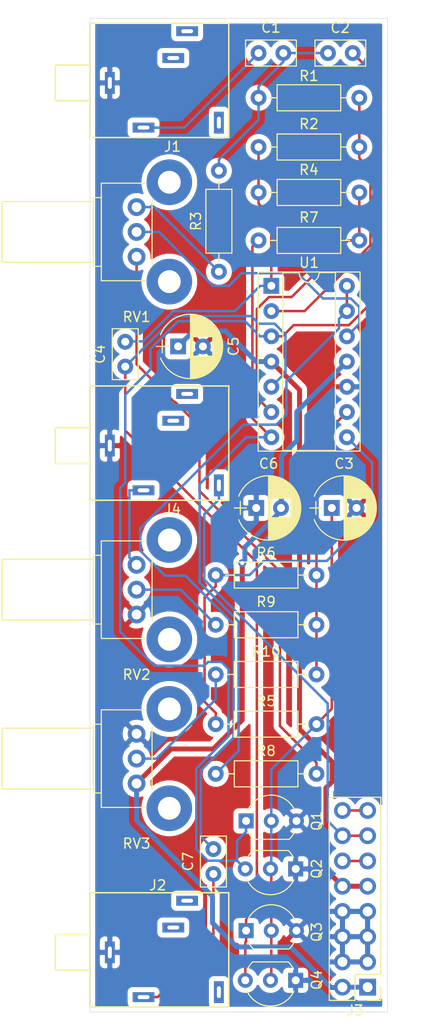
<source format=kicad_pcb>
(kicad_pcb (version 20171130) (host pcbnew "(5.1.5)-3")
  (layers (0 F.Cu signal) (31 B.Cu signal) (34 B.Paste user) (35 F.Paste user) (36 B.SilkS user) (37 F.SilkS user) (38 B.Mask user) (39 F.Mask user) (44 Edge.Cuts user))
  (net 0 "")
  (net 1 "Net-(C1-Pad2)")
  (net 2 "Net-(C2-Pad1)")
  (net 3 "Net-(C3-Pad1)")
  (net 4 GND)
  (net 5 "Net-(C4-Pad1)")
  (net 6 "Net-(C5-Pad1)")
  (net 7 "Net-(C6-Pad2)")
  (net 8 "Net-(C7-Pad1)")
  (net 9 "Net-(J1-Pad2)")
  (net 10 "Net-(J2-Pad2)")
  (net 11 "Net-(J3-Pad15)")
  (net 12 "Net-(J3-Pad13)")
  (net 13 "Net-(J3-Pad11)")
  (net 14 "Net-(J4-Pad3)")
  (net 15 "Net-(R3-Pad1)")
  (net 16 "Net-(R8-Pad2)")
  (net 17 "Net-(R9-Pad1)")
  (net 18 "Net-(R10-Pad1)")
  (net 19 "Net-(RV1-Pad2)")
  (net 20 "Net-(C1-Pad1)")
  (net 21 "Net-(C4-Pad2)")
  (net 22 "Net-(C7-Pad2)")
  (net 23 "Net-(R1-Pad1)")
  (net 24 "Net-(R4-Pad1)")
  (net 25 "Net-(R5-Pad2)")
  (net 26 "Net-(R10-Pad2)")
  (net 27 "Net-(R7-Pad1)")
  (module Resistors_THT:R_Axial_DIN0207_L6.3mm_D2.5mm_P10.16mm_Horizontal (layer F.Cu) (at 27.16 8 180)
    (fp_text reference R1 (at 5.08 2.20118) (layer F.SilkS))
    (fp_text value 22K)
    (pad 2 thru_hole oval (at 10.16 0 180) (size 1.6 1.6) (drill 0.8) (layers *.Cu *.Mask) (net 20 "Net-(C1-Pad1)"))
    (pad 1 thru_hole circle (at 0 0 180) (size 1.6 1.6) (drill 0.8) (layers *.Cu *.Mask) (net 23 "Net-(R1-Pad1)"))
  )
  (module Housings_DIP:DIP-14_W7.62mm_Socket (layer F.Cu) (at 18.288 26.924)
    (fp_text reference U1 (at 3.81 -2.33) (layer F.SilkS))
    (fp_text value TL074)
    (pad 14 thru_hole oval (at 7.62 0) (size 1.6 1.6) (drill 0.8) (layers *.Cu *.Mask) (net 22 "Net-(C7-Pad2)"))
    (pad 7 thru_hole oval (at 0 15.24) (size 1.6 1.6) (drill 0.8) (layers *.Cu *.Mask) (net 27 "Net-(R7-Pad1)"))
    (pad 13 thru_hole oval (at 7.62 2.54) (size 1.6 1.6) (drill 0.8) (layers *.Cu *.Mask) (net 22 "Net-(C7-Pad2)"))
    (pad 6 thru_hole oval (at 0 12.7) (size 1.6 1.6) (drill 0.8) (layers *.Cu *.Mask) (net 24 "Net-(R4-Pad1)"))
    (pad 12 thru_hole oval (at 7.62 5.08) (size 1.6 1.6) (drill 0.8) (layers *.Cu *.Mask) (net 19 "Net-(RV1-Pad2)"))
    (pad 5 thru_hole oval (at 0 10.16) (size 1.6 1.6) (drill 0.8) (layers *.Cu *.Mask) (net 5 "Net-(C4-Pad1)"))
    (pad 11 thru_hole oval (at 7.62 7.62) (size 1.6 1.6) (drill 0.8) (layers *.Cu *.Mask) (net 7 "Net-(C6-Pad2)"))
    (pad 4 thru_hole oval (at 0 7.62) (size 1.6 1.6) (drill 0.8) (layers *.Cu *.Mask) (net 6 "Net-(C5-Pad1)"))
    (pad 10 thru_hole oval (at 7.62 10.16) (size 1.6 1.6) (drill 0.8) (layers *.Cu *.Mask) (net 4 GND))
    (pad 3 thru_hole oval (at 0 5.08) (size 1.6 1.6) (drill 0.8) (layers *.Cu *.Mask) (net 2 "Net-(C2-Pad1)"))
    (pad 9 thru_hole oval (at 7.62 12.7) (size 1.6 1.6) (drill 0.8) (layers *.Cu *.Mask) (net 26 "Net-(R10-Pad2)"))
    (pad 2 thru_hole oval (at 0 2.54) (size 1.6 1.6) (drill 0.8) (layers *.Cu *.Mask) (net 23 "Net-(R1-Pad1)"))
    (pad 8 thru_hole oval (at 7.62 15.24) (size 1.6 1.6) (drill 0.8) (layers *.Cu *.Mask) (net 25 "Net-(R5-Pad2)"))
    (pad 1 thru_hole rect (at 0 0) (size 1.6 1.6) (drill 0.8) (layers *.Cu *.Mask) (net 21 "Net-(C4-Pad2)"))
  )
  (module Custom_Library:Mono_Jack_3.5mm_Switch_Switchcraft_35RAPC2AH3 (layer F.Cu) (at 0 94)
    (fp_text reference J2 (at 6.83768 -6.75608) (layer F.SilkS))
    (fp_text value AudioJack1_Switch)
    (pad 1 thru_hole rect (at 2 0) (size 1 2.2) (drill oval 0.4 1.2) (layers *.Cu *.Mask) (net 4 GND))
    (pad 3 thru_hole rect (at 5.4 4.5) (size 2.2 1) (drill oval 1.2 0.4) (layers *.Cu *.Mask) (net 8 "Net-(C7-Pad1)"))
    (pad 2 thru_hole rect (at 13 4) (size 1 2.2) (drill oval 0.4 1.2) (layers *.Cu *.Mask) (net 10 "Net-(J2-Pad2)"))
    (pad ~ thru_hole rect (at 8.4 -2.5) (size 2.2 1) (drill oval 1.2 0.4) (layers *.Cu *.Mask))
    (pad ~ thru_hole rect (at 9.8 -5.2) (size 2.2 1) (drill oval 1.2 0.4) (layers *.Cu *.Mask))
  )
  (module Custom_Library:Mono_Jack_3.5mm_Switch_Switchcraft_35RAPC2AH3 (layer F.Cu) (at 0 6.5)
    (fp_text reference J1 (at 8.3185 6.4135) (layer F.SilkS))
    (fp_text value AudioJack1_Switch)
    (pad 1 thru_hole rect (at 2 0) (size 1 2.2) (drill oval 0.4 1.2) (layers *.Cu *.Mask) (net 4 GND))
    (pad 3 thru_hole rect (at 5.4 4.5) (size 2.2 1) (drill oval 1.2 0.4) (layers *.Cu *.Mask) (net 1 "Net-(C1-Pad2)"))
    (pad 2 thru_hole rect (at 13 4) (size 1 2.2) (drill oval 0.4 1.2) (layers *.Cu *.Mask) (net 9 "Net-(J1-Pad2)"))
    (pad ~ thru_hole rect (at 8.4 -2.5) (size 2.2 1) (drill oval 1.2 0.4) (layers *.Cu *.Mask))
    (pad ~ thru_hole rect (at 9.8 -5.2) (size 2.2 1) (drill oval 1.2 0.4) (layers *.Cu *.Mask))
  )
  (module Pin_Headers:Pin_Header_Straight_2x08_Pitch2.54mm (layer F.Cu) (at 28 97.5 180)
    (fp_text reference J3 (at 1.27 -2.33) (layer F.SilkS))
    (fp_text value Conn_02x08_Odd_Even)
    (pad 16 thru_hole oval (at 2.54 17.78 180) (size 1.7 1.7) (drill 1) (layers *.Cu *.Mask) (net 11 "Net-(J3-Pad15)"))
    (pad 15 thru_hole oval (at 0 17.78 180) (size 1.7 1.7) (drill 1) (layers *.Cu *.Mask) (net 11 "Net-(J3-Pad15)"))
    (pad 14 thru_hole oval (at 2.54 15.24 180) (size 1.7 1.7) (drill 1) (layers *.Cu *.Mask) (net 12 "Net-(J3-Pad13)"))
    (pad 13 thru_hole oval (at 0 15.24 180) (size 1.7 1.7) (drill 1) (layers *.Cu *.Mask) (net 12 "Net-(J3-Pad13)"))
    (pad 12 thru_hole oval (at 2.54 12.7 180) (size 1.7 1.7) (drill 1) (layers *.Cu *.Mask) (net 13 "Net-(J3-Pad11)"))
    (pad 11 thru_hole oval (at 0 12.7 180) (size 1.7 1.7) (drill 1) (layers *.Cu *.Mask) (net 13 "Net-(J3-Pad11)"))
    (pad 10 thru_hole oval (at 2.54 10.16 180) (size 1.7 1.7) (drill 1) (layers *.Cu *.Mask) (net 6 "Net-(C5-Pad1)"))
    (pad 9 thru_hole oval (at 0 10.16 180) (size 1.7 1.7) (drill 1) (layers *.Cu *.Mask) (net 6 "Net-(C5-Pad1)"))
    (pad 8 thru_hole oval (at 2.54 7.62 180) (size 1.7 1.7) (drill 1) (layers *.Cu *.Mask) (net 4 GND))
    (pad 7 thru_hole oval (at 0 7.62 180) (size 1.7 1.7) (drill 1) (layers *.Cu *.Mask) (net 4 GND))
    (pad 6 thru_hole oval (at 2.54 5.08 180) (size 1.7 1.7) (drill 1) (layers *.Cu *.Mask) (net 4 GND))
    (pad 5 thru_hole oval (at 0 5.08 180) (size 1.7 1.7) (drill 1) (layers *.Cu *.Mask) (net 4 GND))
    (pad 4 thru_hole oval (at 2.54 2.54 180) (size 1.7 1.7) (drill 1) (layers *.Cu *.Mask) (net 4 GND))
    (pad 3 thru_hole oval (at 0 2.54 180) (size 1.7 1.7) (drill 1) (layers *.Cu *.Mask) (net 4 GND))
    (pad 2 thru_hole oval (at 2.54 0 180) (size 1.7 1.7) (drill 1) (layers *.Cu *.Mask) (net 7 "Net-(C6-Pad2)"))
    (pad 1 thru_hole rect (at 0 0 180) (size 1.7 1.7) (drill 1) (layers *.Cu *.Mask) (net 7 "Net-(C6-Pad2)"))
  )
  (module Custom_Library:Mono_Jack_3.5mm_Switch_Switchcraft_35RAPC2AH3 (layer F.Cu) (at 0 43)
    (fp_text reference J4 (at 8.3185 6.4135) (layer F.SilkS))
    (fp_text value AudioJack1_Switch)
    (pad ~ thru_hole rect (at 9.8 -5.2) (size 2.2 1) (drill oval 1.2 0.4) (layers *.Cu *.Mask))
    (pad ~ thru_hole rect (at 8.4 -2.5) (size 2.2 1) (drill oval 1.2 0.4) (layers *.Cu *.Mask))
    (pad 2 thru_hole rect (at 13 4) (size 1 2.2) (drill oval 0.4 1.2) (layers *.Cu *.Mask) (net 12 "Net-(J3-Pad13)"))
    (pad 3 thru_hole rect (at 5.4 4.5) (size 2.2 1) (drill oval 1.2 0.4) (layers *.Cu *.Mask) (net 14 "Net-(J4-Pad3)"))
    (pad 1 thru_hole rect (at 2 0) (size 1 2.2) (drill oval 0.4 1.2) (layers *.Cu *.Mask) (net 4 GND))
  )
  (module TO_SOT_Packages_THT:TO-92_Inline_Wide (layer F.Cu) (at 15.744 80.772)
    (fp_text reference Q1 (at 7.116 0 270) (layer F.SilkS))
    (fp_text value 2N3904)
    (pad 2 thru_hole circle (at 2.54 0 90) (size 1.52 1.52) (drill 0.8) (layers *.Cu *.Mask) (net 3 "Net-(C3-Pad1)"))
    (pad 3 thru_hole circle (at 5.08 0 90) (size 1.52 1.52) (drill 0.8) (layers *.Cu *.Mask) (net 4 GND))
    (pad 1 thru_hole rect (at 0 0 90) (size 1.52 1.52) (drill 0.8) (layers *.Cu *.Mask) (net 2 "Net-(C2-Pad1)"))
  )
  (module TO_SOT_Packages_THT:TO-92_Inline_Wide (layer F.Cu) (at 20.744 85.598 180)
    (fp_text reference Q2 (at -2.116 0.006 270) (layer F.SilkS))
    (fp_text value 2N3904)
    (pad 1 thru_hole rect (at 0 0 270) (size 1.52 1.52) (drill 0.8) (layers *.Cu *.Mask) (net 4 GND))
    (pad 3 thru_hole circle (at 5.08 0 270) (size 1.52 1.52) (drill 0.8) (layers *.Cu *.Mask) (net 2 "Net-(C2-Pad1)"))
    (pad 2 thru_hole circle (at 2.54 0 270) (size 1.52 1.52) (drill 0.8) (layers *.Cu *.Mask) (net 3 "Net-(C3-Pad1)"))
  )
  (module TO_SOT_Packages_THT:TO-92_Inline_Wide (layer F.Cu) (at 15.744 91.81)
    (fp_text reference Q3 (at 7.116 0.138 270) (layer F.SilkS))
    (fp_text value 2N3904)
    (pad 2 thru_hole circle (at 2.54 0 90) (size 1.52 1.52) (drill 0.8) (layers *.Cu *.Mask) (net 3 "Net-(C3-Pad1)"))
    (pad 3 thru_hole circle (at 5.08 0 90) (size 1.52 1.52) (drill 0.8) (layers *.Cu *.Mask) (net 4 GND))
    (pad 1 thru_hole rect (at 0 0 90) (size 1.52 1.52) (drill 0.8) (layers *.Cu *.Mask) (net 5 "Net-(C4-Pad1)"))
  )
  (module TO_SOT_Packages_THT:TO-92_Inline_Wide (layer F.Cu) (at 20.744 96.81 180)
    (fp_text reference Q4 (at -2.116 0.036 270) (layer F.SilkS))
    (fp_text value 2N3904)
    (pad 1 thru_hole rect (at 0 0 270) (size 1.52 1.52) (drill 0.8) (layers *.Cu *.Mask) (net 4 GND))
    (pad 3 thru_hole circle (at 5.08 0 270) (size 1.52 1.52) (drill 0.8) (layers *.Cu *.Mask) (net 5 "Net-(C4-Pad1)"))
    (pad 2 thru_hole circle (at 2.54 0 270) (size 1.52 1.52) (drill 0.8) (layers *.Cu *.Mask) (net 3 "Net-(C3-Pad1)"))
  )
  (module Capacitors_THT:C_Disc_D5.0mm_W2.5mm_P2.50mm (layer F.Cu) (at 19.5 3.5 180)
    (fp_text reference C1 (at 1.25476 2.56286) (layer F.SilkS))
    (fp_text value 10uF)
    (pad 1 thru_hole circle (at 0 0 180) (size 1.6 1.6) (drill 0.8) (layers *.Cu *.Mask) (net 20 "Net-(C1-Pad1)"))
    (pad 2 thru_hole circle (at 2.5 0 180) (size 1.6 1.6) (drill 0.8) (layers *.Cu *.Mask) (net 1 "Net-(C1-Pad2)"))
  )
  (module Capacitors_THT:C_Disc_D5.0mm_W2.5mm_P2.50mm (layer F.Cu) (at 26.5 3.5 180)
    (fp_text reference C2 (at 1.27 2.54) (layer F.SilkS))
    (fp_text value 15uF)
    (pad 1 thru_hole circle (at 0 0 180) (size 1.6 1.6) (drill 0.8) (layers *.Cu *.Mask) (net 2 "Net-(C2-Pad1)"))
    (pad 2 thru_hole circle (at 2.5 0 180) (size 1.6 1.6) (drill 0.8) (layers *.Cu *.Mask) (net 20 "Net-(C1-Pad1)"))
  )
  (module Capacitors_THT:CP_Radial_D6.3mm_P2.50mm (layer F.Cu) (at 24.384 49.276)
    (fp_text reference C3 (at 1.25 -4.46) (layer F.SilkS))
    (fp_text value 100uF)
    (pad 2 thru_hole circle (at 2.5 0) (size 1.6 1.6) (drill 0.8) (layers *.Cu *.Mask) (net 4 GND))
    (pad 1 thru_hole rect (at 0 0) (size 1.6 1.6) (drill 0.8) (layers *.Cu *.Mask) (net 3 "Net-(C3-Pad1)"))
  )
  (module Capacitors_THT:C_Disc_D5.0mm_W2.5mm_P2.50mm (layer F.Cu) (at 3.556 35.052 90)
    (fp_text reference C4 (at 1.25 -2.56 90) (layer F.SilkS))
    (fp_text value 15uF)
    (pad 2 thru_hole circle (at 2.5 0 90) (size 1.6 1.6) (drill 0.8) (layers *.Cu *.Mask) (net 21 "Net-(C4-Pad2)"))
    (pad 1 thru_hole circle (at 0 0 90) (size 1.6 1.6) (drill 0.8) (layers *.Cu *.Mask) (net 5 "Net-(C4-Pad1)"))
  )
  (module Capacitors_THT:CP_Radial_D6.3mm_P2.50mm (layer F.Cu) (at 8.89 33.02)
    (fp_text reference C5 (at 5.588 0 90) (layer F.SilkS))
    (fp_text value 100uF)
    (pad 1 thru_hole rect (at 0 0) (size 1.6 1.6) (drill 0.8) (layers *.Cu *.Mask) (net 6 "Net-(C5-Pad1)"))
    (pad 2 thru_hole circle (at 2.5 0) (size 1.6 1.6) (drill 0.8) (layers *.Cu *.Mask) (net 4 GND))
  )
  (module Capacitors_THT:CP_Radial_D6.3mm_P2.50mm (layer F.Cu) (at 16.764 49.276)
    (fp_text reference C6 (at 1.25 -4.46) (layer F.SilkS))
    (fp_text value 100uF)
    (pad 2 thru_hole circle (at 2.5 0) (size 1.6 1.6) (drill 0.8) (layers *.Cu *.Mask) (net 7 "Net-(C6-Pad2)"))
    (pad 1 thru_hole rect (at 0 0) (size 1.6 1.6) (drill 0.8) (layers *.Cu *.Mask) (net 4 GND))
  )
  (module Capacitors_THT:C_Disc_D5.0mm_W2.5mm_P2.50mm (layer F.Cu) (at 12.446 86.106 90)
    (fp_text reference C7 (at 1.25 -2.56 90) (layer F.SilkS))
    (fp_text value 10uF)
    (pad 2 thru_hole circle (at 2.5 0 90) (size 1.6 1.6) (drill 0.8) (layers *.Cu *.Mask) (net 22 "Net-(C7-Pad2)"))
    (pad 1 thru_hole circle (at 0 0 90) (size 1.6 1.6) (drill 0.8) (layers *.Cu *.Mask) (net 8 "Net-(C7-Pad1)"))
  )
  (module Resistors_THT:R_Axial_DIN0207_L6.3mm_D2.5mm_P10.16mm_Horizontal (layer F.Cu) (at 17 12.954)
    (fp_text reference R2 (at 5.08 -2.31) (layer F.SilkS))
    (fp_text value 22K)
    (pad 2 thru_hole oval (at 10.16 0) (size 1.6 1.6) (drill 0.8) (layers *.Cu *.Mask) (net 23 "Net-(R1-Pad1)"))
    (pad 1 thru_hole circle (at 0 0) (size 1.6 1.6) (drill 0.8) (layers *.Cu *.Mask) (net 21 "Net-(C4-Pad2)"))
  )
  (module Resistors_THT:R_Axial_DIN0207_L6.3mm_D2.5mm_P10.16mm_Horizontal (layer F.Cu) (at 13 25.5 90)
    (fp_text reference R3 (at 5.08 -2.31 90) (layer F.SilkS))
    (fp_text value 10K)
    (pad 2 thru_hole oval (at 10.16 0 90) (size 1.6 1.6) (drill 0.8) (layers *.Cu *.Mask) (net 20 "Net-(C1-Pad1)"))
    (pad 1 thru_hole circle (at 0 0 90) (size 1.6 1.6) (drill 0.8) (layers *.Cu *.Mask) (net 15 "Net-(R3-Pad1)"))
  )
  (module Resistors_THT:R_Axial_DIN0207_L6.3mm_D2.5mm_P10.16mm_Horizontal (layer F.Cu) (at 27.16 17.526 180)
    (fp_text reference R4 (at 5.0874 2.27106) (layer F.SilkS))
    (fp_text value 22K)
    (pad 1 thru_hole circle (at 0 0 180) (size 1.6 1.6) (drill 0.8) (layers *.Cu *.Mask) (net 24 "Net-(R4-Pad1)"))
    (pad 2 thru_hole oval (at 10.16 0 180) (size 1.6 1.6) (drill 0.8) (layers *.Cu *.Mask) (net 21 "Net-(C4-Pad2)"))
  )
  (module Resistors_THT:R_Axial_DIN0207_L6.3mm_D2.5mm_P10.16mm_Horizontal (layer F.Cu) (at 22.842 71.03 180)
    (fp_text reference R5 (at 5.08508 2.30886) (layer F.SilkS))
    (fp_text value 4K7)
    (pad 2 thru_hole oval (at 10.16 0 180) (size 1.6 1.6) (drill 0.8) (layers *.Cu *.Mask) (net 25 "Net-(R5-Pad2)"))
    (pad 1 thru_hole circle (at 0 0 180) (size 1.6 1.6) (drill 0.8) (layers *.Cu *.Mask) (net 3 "Net-(C3-Pad1)"))
  )
  (module Resistors_THT:R_Axial_DIN0207_L6.3mm_D2.5mm_P10.16mm_Horizontal (layer F.Cu) (at 22.842 56.03 180)
    (fp_text reference R6 (at 5.07746 2.24536) (layer F.SilkS))
    (fp_text value 100K)
    (pad 1 thru_hole circle (at 0 0 180) (size 1.6 1.6) (drill 0.8) (layers *.Cu *.Mask) (net 26 "Net-(R10-Pad2)"))
    (pad 2 thru_hole oval (at 10.16 0 180) (size 1.6 1.6) (drill 0.8) (layers *.Cu *.Mask) (net 25 "Net-(R5-Pad2)"))
  )
  (module Resistors_THT:R_Axial_DIN0207_L6.3mm_D2.5mm_P10.16mm_Horizontal (layer F.Cu) (at 17 22.352)
    (fp_text reference R7 (at 5.08 -2.31) (layer F.SilkS))
    (fp_text value 22K)
    (pad 1 thru_hole circle (at 0 0) (size 1.6 1.6) (drill 0.8) (layers *.Cu *.Mask) (net 27 "Net-(R7-Pad1)"))
    (pad 2 thru_hole oval (at 10.16 0) (size 1.6 1.6) (drill 0.8) (layers *.Cu *.Mask) (net 24 "Net-(R4-Pad1)"))
  )
  (module Resistors_THT:R_Axial_DIN0207_L6.3mm_D2.5mm_P10.16mm_Horizontal (layer F.Cu) (at 12.682 76.03)
    (fp_text reference R8 (at 5.08 -2.31) (layer F.SilkS))
    (fp_text value 10K)
    (pad 1 thru_hole circle (at 0 0) (size 1.6 1.6) (drill 0.8) (layers *.Cu *.Mask) (net 27 "Net-(R7-Pad1)"))
    (pad 2 thru_hole oval (at 10.16 0) (size 1.6 1.6) (drill 0.8) (layers *.Cu *.Mask) (net 16 "Net-(R8-Pad2)"))
  )
  (module Resistors_THT:R_Axial_DIN0207_L6.3mm_D2.5mm_P10.16mm_Horizontal (layer F.Cu) (at 12.682 61.03)
    (fp_text reference R9 (at 5.08 -2.31) (layer F.SilkS))
    (fp_text value 100K)
    (pad 2 thru_hole oval (at 10.16 0) (size 1.6 1.6) (drill 0.8) (layers *.Cu *.Mask) (net 26 "Net-(R10-Pad2)"))
    (pad 1 thru_hole circle (at 0 0) (size 1.6 1.6) (drill 0.8) (layers *.Cu *.Mask) (net 17 "Net-(R9-Pad1)"))
  )
  (module Resistors_THT:R_Axial_DIN0207_L6.3mm_D2.5mm_P10.16mm_Horizontal (layer F.Cu) (at 12.682 66.03)
    (fp_text reference R10 (at 5.08 -2.31) (layer F.SilkS))
    (fp_text value 100K)
    (pad 1 thru_hole circle (at 0 0) (size 1.6 1.6) (drill 0.8) (layers *.Cu *.Mask) (net 18 "Net-(R10-Pad1)"))
    (pad 2 thru_hole oval (at 10.16 0) (size 1.6 1.6) (drill 0.8) (layers *.Cu *.Mask) (net 26 "Net-(R10-Pad2)"))
  )
  (module Potentiometers:Potentiometer_Bourns_PTV09A-2_Vertical (layer F.Cu) (at 4.7 19 180)
    (fp_text reference RV1 (at 0 -11.05) (layer F.SilkS))
    (fp_text value 500K)
    (pad 3 thru_hole circle (at 0 -5 180) (size 1.8 1.8) (drill 1) (layers *.Cu *.Mask) (net 16 "Net-(R8-Pad2)"))
    (pad 2 thru_hole circle (at 0 -2.5 180) (size 1.8 1.8) (drill 1) (layers *.Cu *.Mask) (net 19 "Net-(RV1-Pad2)"))
    (pad 1 thru_hole circle (at 0 0 180) (size 1.8 1.8) (drill 1) (layers *.Cu *.Mask) (net 15 "Net-(R3-Pad1)"))
    (pad 0 thru_hole circle (at -3.3 -7.5 180) (size 4.6 4.6) (drill 2.3) (layers *.Cu *.Mask))
    (pad 0 thru_hole circle (at -3.3 2.5 180) (size 4.6 4.6) (drill 2.3) (layers *.Cu *.Mask))
  )
  (module Potentiometers:Potentiometer_Bourns_PTV09A-2_Vertical (layer F.Cu) (at 4.7 55 180)
    (fp_text reference RV2 (at 0 -11.05) (layer F.SilkS))
    (fp_text value 500K)
    (pad 0 thru_hole circle (at -3.3 2.5 180) (size 4.6 4.6) (drill 2.3) (layers *.Cu *.Mask))
    (pad 0 thru_hole circle (at -3.3 -7.5 180) (size 4.6 4.6) (drill 2.3) (layers *.Cu *.Mask))
    (pad 1 thru_hole circle (at 0 0 180) (size 1.8 1.8) (drill 1) (layers *.Cu *.Mask) (net 14 "Net-(J4-Pad3)"))
    (pad 2 thru_hole circle (at 0 -2.5 180) (size 1.8 1.8) (drill 1) (layers *.Cu *.Mask) (net 17 "Net-(R9-Pad1)"))
    (pad 3 thru_hole circle (at 0 -5 180) (size 1.8 1.8) (drill 1) (layers *.Cu *.Mask) (net 4 GND))
  )
  (module Potentiometers:Potentiometer_Bourns_PTV09A-2_Vertical (layer F.Cu) (at 4.7 72 180)
    (fp_text reference RV3 (at 0 -11.05) (layer F.SilkS))
    (fp_text value 500K)
    (pad 0 thru_hole circle (at -3.3 2.5 180) (size 4.6 4.6) (drill 2.3) (layers *.Cu *.Mask))
    (pad 0 thru_hole circle (at -3.3 -7.5 180) (size 4.6 4.6) (drill 2.3) (layers *.Cu *.Mask))
    (pad 1 thru_hole circle (at 0 0 180) (size 1.8 1.8) (drill 1) (layers *.Cu *.Mask) (net 4 GND))
    (pad 2 thru_hole circle (at 0 -2.5 180) (size 1.8 1.8) (drill 1) (layers *.Cu *.Mask) (net 18 "Net-(R10-Pad1)"))
    (pad 3 thru_hole circle (at 0 -5 180) (size 1.8 1.8) (drill 1) (layers *.Cu *.Mask) (net 7 "Net-(C6-Pad2)"))
  )
  (gr_line (start 30 0) (end 30 100) (layer Edge.Cuts) (width 0.05))
  (gr_line (start 0 100) (end 30 100) (layer Edge.Cuts) (width 0.05))
  (gr_line (start 0 0) (end 0 100) (layer Edge.Cuts) (width 0.05))
  (gr_line (start 0 0) (end 30 0) (layer Edge.Cuts) (width 0.05))
  (segment (start 17 3.5) (end 9.5 11) (width 0.25) (layer B.Cu) (net 1))
  (segment (start 9.5 11) (end 5.4 11) (width 0.25) (layer B.Cu) (net 1))
  (segment (start 18.288 32.004) (end 19.4133 32.004) (width 0.25) (layer F.Cu) (net 2))
  (segment (start 26.5 3.5) (end 28.7526 5.7526) (width 0.25) (layer F.Cu) (net 2))
  (segment (start 28.7526 5.7526) (end 28.7526 28.2463) (width 0.25) (layer F.Cu) (net 2))
  (segment (start 28.7526 28.2463) (end 26.1202 30.8787) (width 0.25) (layer F.Cu) (net 2))
  (segment (start 26.1202 30.8787) (end 20.5386 30.8787) (width 0.25) (layer F.Cu) (net 2))
  (segment (start 20.5386 30.8787) (end 19.4133 32.004) (width 0.25) (layer F.Cu) (net 2))
  (segment (start 15.664 85.598) (end 14.835 84.769) (width 0.25) (layer B.Cu) (net 2))
  (segment (start 14.835 84.769) (end 14.835 82.7663) (width 0.25) (layer B.Cu) (net 2))
  (segment (start 14.835 82.7663) (end 15.744 81.8573) (width 0.25) (layer B.Cu) (net 2))
  (segment (start 15.744 80.772) (end 15.744 81.8573) (width 0.25) (layer B.Cu) (net 2))
  (segment (start 17.15663 32.004) (end 18.288 32.004) (width 0.25) (layer B.Cu) (net 2))
  (segment (start 15.63263 30.48) (end 17.15663 32.004) (width 0.25) (layer B.Cu) (net 2))
  (segment (start 8.8871 30.48) (end 15.63263 30.48) (width 0.25) (layer B.Cu) (net 2))
  (segment (start 6.096 35.3383) (end 6.096 33.2711) (width 0.25) (layer B.Cu) (net 2))
  (segment (start 3.556 37.8783) (end 6.096 35.3383) (width 0.25) (layer B.Cu) (net 2))
  (segment (start 3.556 46.736) (end 3.556 37.8783) (width 0.25) (layer B.Cu) (net 2))
  (segment (start 11.871 84.769) (end 10.725989 83.623989) (width 0.25) (layer B.Cu) (net 2))
  (segment (start 13.97 72.261589) (end 13.97 65.4842) (width 0.25) (layer B.Cu) (net 2))
  (segment (start 10.725989 83.623989) (end 10.725989 75.5056) (width 0.25) (layer B.Cu) (net 2))
  (segment (start 10.725989 75.5056) (end 13.97 72.261589) (width 0.25) (layer B.Cu) (net 2))
  (segment (start 14.835 84.769) (end 11.871 84.769) (width 0.25) (layer B.Cu) (net 2))
  (segment (start 13.2558 64.77) (end 11.912 64.77) (width 0.25) (layer B.Cu) (net 2))
  (segment (start 3.048 47.244) (end 3.556 46.736) (width 0.25) (layer B.Cu) (net 2))
  (segment (start 6.4794 65.1534) (end 3.048 61.722) (width 0.25) (layer B.Cu) (net 2))
  (segment (start 13.97 65.4842) (end 13.2558 64.77) (width 0.25) (layer B.Cu) (net 2))
  (segment (start 11.912 64.77) (end 11.5286 65.1534) (width 0.25) (layer B.Cu) (net 2))
  (segment (start 11.5286 65.1534) (end 6.4794 65.1534) (width 0.25) (layer B.Cu) (net 2))
  (segment (start 6.096 33.2711) (end 8.8871 30.48) (width 0.25) (layer B.Cu) (net 2))
  (segment (start 3.048 61.722) (end 3.048 47.244) (width 0.25) (layer B.Cu) (net 2))
  (segment (start 22.842 71.03) (end 18.284 75.588) (width 0.25) (layer B.Cu) (net 3))
  (segment (start 18.284 75.588) (end 18.284 80.772) (width 0.25) (layer B.Cu) (net 3))
  (segment (start 18.284 91.81) (end 18.284 85.678) (width 0.25) (layer F.Cu) (net 3))
  (segment (start 18.284 85.678) (end 18.204 85.598) (width 0.25) (layer F.Cu) (net 3))
  (segment (start 18.204 96.81) (end 18.284 96.73) (width 0.25) (layer F.Cu) (net 3))
  (segment (start 18.284 96.73) (end 18.284 91.81) (width 0.25) (layer F.Cu) (net 3))
  (segment (start 18.284 80.772) (end 18.284 85.518) (width 0.25) (layer B.Cu) (net 3))
  (segment (start 18.284 85.518) (end 18.204 85.598) (width 0.25) (layer B.Cu) (net 3))
  (segment (start 24.384 49.276) (end 24.384 50.4013) (width 0.25) (layer F.Cu) (net 3))
  (segment (start 22.842 71.03) (end 24.384 69.488) (width 0.25) (layer F.Cu) (net 3))
  (segment (start 24.384 69.488) (end 24.384 50.4013) (width 0.25) (layer F.Cu) (net 3))
  (segment (start 15.744 91.81) (end 15.744 90.7247) (width 0.25) (layer F.Cu) (net 5))
  (segment (start 3.556 35.052) (end 3.556 41.4803) (width 0.25) (layer F.Cu) (net 5))
  (segment (start 3.556 41.4803) (end 16.8293 54.7536) (width 0.25) (layer F.Cu) (net 5))
  (segment (start 16.8293 54.7536) (end 16.8293 89.6394) (width 0.25) (layer F.Cu) (net 5))
  (segment (start 16.8293 89.6394) (end 15.744 90.7247) (width 0.25) (layer F.Cu) (net 5))
  (segment (start 15.744 91.81) (end 15.744 92.8953) (width 0.25) (layer F.Cu) (net 5))
  (segment (start 15.664 96.81) (end 15.664 92.9753) (width 0.25) (layer F.Cu) (net 5))
  (segment (start 15.664 92.9753) (end 15.744 92.8953) (width 0.25) (layer F.Cu) (net 5))
  (segment (start 19.7161 35.6559) (end 18.288 37.084) (width 0.25) (layer B.Cu) (net 5))
  (segment (start 19.7161 31.8297) (end 19.7161 35.6559) (width 0.25) (layer B.Cu) (net 5))
  (segment (start 8.636 29.972) (end 16.2607 29.972) (width 0.25) (layer B.Cu) (net 5))
  (segment (start 3.556 35.052) (end 8.636 29.972) (width 0.25) (layer B.Cu) (net 5))
  (segment (start 16.2607 29.972) (end 17.0227 30.734) (width 0.25) (layer B.Cu) (net 5))
  (segment (start 17.0227 30.734) (end 18.6204 30.734) (width 0.25) (layer B.Cu) (net 5))
  (segment (start 18.6204 30.734) (end 19.7161 31.8297) (width 0.25) (layer B.Cu) (net 5))
  (segment (start 18.288 34.544) (end 16.7377 34.544) (width 0.5) (layer B.Cu) (net 6))
  (segment (start 8.89 33.02) (end 10.4454 31.4646) (width 0.5) (layer B.Cu) (net 6))
  (segment (start 10.4454 31.4646) (end 13.6583 31.4646) (width 0.5) (layer B.Cu) (net 6))
  (segment (start 13.6583 31.4646) (end 16.7377 34.544) (width 0.5) (layer B.Cu) (net 6))
  (segment (start 28 87.34) (end 25.46 87.34) (width 0.5) (layer F.Cu) (net 6))
  (segment (start 23.7935 85.6735) (end 23.7935 77.4537) (width 0.5) (layer F.Cu) (net 6))
  (segment (start 21.1318 37.3878) (end 18.288 34.544) (width 0.5) (layer F.Cu) (net 6))
  (segment (start 21.1318 71.5419) (end 21.1318 37.3878) (width 0.5) (layer F.Cu) (net 6))
  (segment (start 23.7935 77.4537) (end 24.4147 76.8325) (width 0.5) (layer F.Cu) (net 6))
  (segment (start 25.46 87.34) (end 23.7935 85.6735) (width 0.5) (layer F.Cu) (net 6))
  (segment (start 24.4147 76.8325) (end 24.4147 74.8248) (width 0.5) (layer F.Cu) (net 6))
  (segment (start 24.4147 74.8248) (end 21.1318 71.5419) (width 0.5) (layer F.Cu) (net 6))
  (segment (start 15.3565 54.8278) (end 15.3565 70.6061) (width 0.5) (layer F.Cu) (net 7))
  (segment (start 15.3565 70.6061) (end 12.4326 73.53) (width 0.5) (layer F.Cu) (net 7))
  (segment (start 12.4326 73.53) (end 8.17 73.53) (width 0.5) (layer F.Cu) (net 7))
  (segment (start 8.17 73.53) (end 4.7 77) (width 0.5) (layer F.Cu) (net 7))
  (via (at 15.3565 54.8278) (size 0.8) (layers F.Cu B.Cu) (net 7))
  (segment (start 15.6199 54.5644) (end 15.3565 54.8278) (width 0.5) (layer B.Cu) (net 7))
  (segment (start 15.6199 53.2141) (end 15.6199 54.5644) (width 0.5) (layer B.Cu) (net 7))
  (segment (start 19.264 49.276) (end 19.264 49.57) (width 0.5) (layer B.Cu) (net 7))
  (segment (start 19.264 49.57) (end 15.6199 53.2141) (width 0.5) (layer B.Cu) (net 7))
  (segment (start 20.8543 39.5977) (end 25.908 34.544) (width 0.5) (layer B.Cu) (net 7))
  (segment (start 20.8543 42.4972) (end 20.8543 39.5977) (width 0.5) (layer B.Cu) (net 7))
  (segment (start 19.304 44.0475) (end 20.8543 42.4972) (width 0.5) (layer B.Cu) (net 7))
  (segment (start 19.264 49.276) (end 19.304 49.236) (width 0.5) (layer B.Cu) (net 7))
  (segment (start 19.304 49.236) (end 19.304 44.0475) (width 0.5) (layer B.Cu) (net 7))
  (segment (start 25.424 97.536) (end 25.46 97.5) (width 0.5) (layer B.Cu) (net 7))
  (segment (start 20.2236 93.4519) (end 24.3077 97.536) (width 0.5) (layer B.Cu) (net 7))
  (segment (start 24.3077 97.536) (end 25.424 97.536) (width 0.5) (layer B.Cu) (net 7))
  (segment (start 4.7 80.706) (end 12.3579 88.3639) (width 0.5) (layer B.Cu) (net 7))
  (segment (start 4.7 77) (end 4.7 80.706) (width 0.5) (layer B.Cu) (net 7))
  (segment (start 14.7717 93.4519) (end 20.2236 93.4519) (width 0.5) (layer B.Cu) (net 7))
  (segment (start 12.3579 88.3639) (end 12.3579 91.0381) (width 0.5) (layer B.Cu) (net 7))
  (segment (start 12.3579 91.0381) (end 14.7717 93.4519) (width 0.5) (layer B.Cu) (net 7))
  (segment (start 25.46 97.5) (end 28 97.5) (width 0.5) (layer B.Cu) (net 7))
  (segment (start 5.4 98.5) (end 6.8253 98.5) (width 0.25) (layer F.Cu) (net 8))
  (segment (start 12.446 86.106) (end 12.446 92.8793) (width 0.25) (layer F.Cu) (net 8))
  (segment (start 12.446 92.8793) (end 6.8253 98.5) (width 0.25) (layer F.Cu) (net 8))
  (segment (start 28 79.72) (end 25.46 79.72) (width 0.25) (layer F.Cu) (net 11))
  (segment (start 28 82.26) (end 25.46 82.26) (width 0.25) (layer F.Cu) (net 12))
  (segment (start 13 48.4253) (end 13 47) (width 0.25) (layer B.Cu) (net 12))
  (segment (start 23.9769 80.7769) (end 23.9769 68.9489) (width 0.25) (layer B.Cu) (net 12))
  (segment (start 11.5298 49.8955) (end 13 48.4253) (width 0.25) (layer B.Cu) (net 12))
  (segment (start 25.46 82.26) (end 23.9769 80.7769) (width 0.25) (layer B.Cu) (net 12))
  (segment (start 23.9769 68.9489) (end 11.5298 56.5018) (width 0.25) (layer B.Cu) (net 12))
  (segment (start 11.5298 56.5018) (end 11.5298 49.8955) (width 0.25) (layer B.Cu) (net 12))
  (segment (start 28 84.8) (end 25.46 84.8) (width 0.25) (layer F.Cu) (net 13))
  (segment (start 5.4 47.5) (end 3.9747 47.5) (width 0.25) (layer B.Cu) (net 14))
  (segment (start 4.7 55) (end 3.9747 54.2747) (width 0.25) (layer B.Cu) (net 14))
  (segment (start 3.9747 54.2747) (end 3.9747 47.5) (width 0.25) (layer B.Cu) (net 14))
  (segment (start 13 25.5) (end 6.5 19) (width 0.25) (layer B.Cu) (net 15))
  (segment (start 6.5 19) (end 4.7 19) (width 0.25) (layer B.Cu) (net 15))
  (segment (start 22.842 74.9047) (end 19.1552 71.2179) (width 0.25) (layer F.Cu) (net 16))
  (segment (start 19.1552 71.2179) (end 19.1552 55.6772) (width 0.25) (layer F.Cu) (net 16))
  (segment (start 19.1552 55.6772) (end 11.0405 47.5625) (width 0.25) (layer F.Cu) (net 16))
  (segment (start 11.0405 47.5625) (end 11.0405 41.0711) (width 0.25) (layer F.Cu) (net 16))
  (segment (start 11.0405 41.0711) (end 8.5948 38.6254) (width 0.25) (layer F.Cu) (net 16))
  (segment (start 8.5948 38.6254) (end 8.5126 38.6254) (width 0.25) (layer F.Cu) (net 16))
  (segment (start 8.5126 38.6254) (end 4.7 34.8128) (width 0.25) (layer F.Cu) (net 16))
  (segment (start 4.7 34.8128) (end 4.7 24) (width 0.25) (layer F.Cu) (net 16))
  (segment (start 22.842 76.03) (end 22.842 74.9047) (width 0.25) (layer F.Cu) (net 16))
  (segment (start 4.7 57.5) (end 9.152 57.5) (width 0.25) (layer B.Cu) (net 17))
  (segment (start 9.152 57.5) (end 12.682 61.03) (width 0.25) (layer B.Cu) (net 17))
  (segment (start 4.7 74.5) (end 6.7129 74.5) (width 0.25) (layer B.Cu) (net 18))
  (segment (start 6.7129 74.5) (end 12.682 68.5309) (width 0.25) (layer B.Cu) (net 18))
  (segment (start 12.682 68.5309) (end 12.682 66.03) (width 0.25) (layer B.Cu) (net 18))
  (segment (start 27.178 30.734) (end 25.908 32.004) (width 0.25) (layer B.Cu) (net 19))
  (segment (start 26.3072 28.194) (end 27.178 29.0648) (width 0.25) (layer B.Cu) (net 19))
  (segment (start 23.4889 28.194) (end 26.3072 28.194) (width 0.25) (layer B.Cu) (net 19))
  (segment (start 6.9696 21.5) (end 12.3936 26.924) (width 0.25) (layer B.Cu) (net 19))
  (segment (start 20.9489 25.654) (end 23.4889 28.194) (width 0.25) (layer B.Cu) (net 19))
  (segment (start 12.3936 26.924) (end 14.0196 26.924) (width 0.25) (layer B.Cu) (net 19))
  (segment (start 4.7 21.5) (end 6.9696 21.5) (width 0.25) (layer B.Cu) (net 19))
  (segment (start 15.2896 25.654) (end 20.9489 25.654) (width 0.25) (layer B.Cu) (net 19))
  (segment (start 27.178 29.0648) (end 27.178 30.734) (width 0.25) (layer B.Cu) (net 19))
  (segment (start 14.0196 26.924) (end 15.2896 25.654) (width 0.25) (layer B.Cu) (net 19))
  (segment (start 13 15.34) (end 13 14.2147) (width 0.25) (layer B.Cu) (net 20))
  (segment (start 13 14.2147) (end 17 10.2147) (width 0.25) (layer B.Cu) (net 20))
  (segment (start 17 10.2147) (end 17 8) (width 0.25) (layer B.Cu) (net 20))
  (segment (start 17 8) (end 17 6.8747) (width 0.25) (layer B.Cu) (net 20))
  (segment (start 19.5 3.5) (end 19.5 4.3747) (width 0.25) (layer B.Cu) (net 20))
  (segment (start 19.5 4.3747) (end 17 6.8747) (width 0.25) (layer B.Cu) (net 20))
  (segment (start 24 3.5) (end 19.5 3.5) (width 0.25) (layer B.Cu) (net 20))
  (segment (start 17 17.526) (end 17 18.6513) (width 0.25) (layer F.Cu) (net 21))
  (segment (start 17 18.6513) (end 18.288 19.9393) (width 0.25) (layer F.Cu) (net 21))
  (segment (start 18.288 19.9393) (end 18.288 26.924) (width 0.25) (layer F.Cu) (net 21))
  (segment (start 17 12.954) (end 17 17.526) (width 0.25) (layer F.Cu) (net 21))
  (segment (start 17.1627 26.924) (end 18.288 26.924) (width 0.25) (layer B.Cu) (net 21))
  (segment (start 3.596 32.512) (end 5.3645 32.512) (width 0.25) (layer B.Cu) (net 21))
  (segment (start 14.6227 29.464) (end 17.1627 26.924) (width 0.25) (layer B.Cu) (net 21))
  (segment (start 3.556 32.552) (end 3.596 32.512) (width 0.25) (layer B.Cu) (net 21))
  (segment (start 5.3645 32.512) (end 8.4125 29.464) (width 0.25) (layer B.Cu) (net 21))
  (segment (start 8.4125 29.464) (end 14.6227 29.464) (width 0.25) (layer B.Cu) (net 21))
  (segment (start 25.908 29.464) (end 25.908 26.924) (width 0.25) (layer F.Cu) (net 22))
  (segment (start 25.108001 31.212399) (end 25.108001 30.263999) (width 0.25) (layer B.Cu) (net 22))
  (segment (start 19.812 39.878) (end 19.812 36.5084) (width 0.25) (layer B.Cu) (net 22))
  (segment (start 5.08 53.5956) (end 5.08 51.308) (width 0.25) (layer B.Cu) (net 22))
  (segment (start 14.478 72.39) (end 14.478 60.9456) (width 0.25) (layer B.Cu) (net 22))
  (segment (start 15.494 40.894) (end 18.796 40.894) (width 0.25) (layer B.Cu) (net 22))
  (segment (start 11.176 75.692) (end 14.478 72.39) (width 0.25) (layer B.Cu) (net 22))
  (segment (start 14.478 60.9456) (end 9.6293 56.0969) (width 0.25) (layer B.Cu) (net 22))
  (segment (start 12.446 83.606) (end 11.176 82.336) (width 0.25) (layer B.Cu) (net 22))
  (segment (start 9.6293 56.0969) (end 7.5813 56.0969) (width 0.25) (layer B.Cu) (net 22))
  (segment (start 11.176 82.336) (end 11.176 75.692) (width 0.25) (layer B.Cu) (net 22))
  (segment (start 7.5813 56.0969) (end 5.08 53.5956) (width 0.25) (layer B.Cu) (net 22))
  (segment (start 25.108001 30.263999) (end 25.908 29.464) (width 0.25) (layer B.Cu) (net 22))
  (segment (start 5.08 51.308) (end 15.494 40.894) (width 0.25) (layer B.Cu) (net 22))
  (segment (start 19.812 36.5084) (end 25.108001 31.212399) (width 0.25) (layer B.Cu) (net 22))
  (segment (start 18.796 40.894) (end 19.812 39.878) (width 0.25) (layer B.Cu) (net 22))
  (segment (start 27.16 12.954) (end 27.16 14.0793) (width 0.25) (layer F.Cu) (net 23))
  (segment (start 18.288 29.464) (end 21.6448 29.464) (width 0.25) (layer F.Cu) (net 23))
  (segment (start 21.6448 29.464) (end 28.2853 22.8235) (width 0.25) (layer F.Cu) (net 23))
  (segment (start 28.2853 22.8235) (end 28.2853 15.2046) (width 0.25) (layer F.Cu) (net 23))
  (segment (start 28.2853 15.2046) (end 27.16 14.0793) (width 0.25) (layer F.Cu) (net 23))
  (segment (start 27.16 12.954) (end 27.16 8) (width 0.25) (layer F.Cu) (net 23))
  (segment (start 27.16 22.352) (end 27.16 17.526) (width 0.25) (layer F.Cu) (net 24))
  (segment (start 16.8281 38.1641) (end 18.288 39.624) (width 0.25) (layer F.Cu) (net 24))
  (segment (start 27.16 22.352) (end 26.0347 22.352) (width 0.25) (layer F.Cu) (net 24))
  (segment (start 20.3373 28.0494) (end 18.0456 28.0494) (width 0.25) (layer F.Cu) (net 24))
  (segment (start 18.0456 28.0494) (end 16.8281 29.2669) (width 0.25) (layer F.Cu) (net 24))
  (segment (start 26.0347 22.352) (end 20.3373 28.0494) (width 0.25) (layer F.Cu) (net 24))
  (segment (start 16.8281 29.2669) (end 16.8281 38.1641) (width 0.25) (layer F.Cu) (net 24))
  (segment (start 12.682 71.03) (end 12.682 69.9047) (width 0.25) (layer F.Cu) (net 25))
  (segment (start 12.682 56.03) (end 12.682 57.1553) (width 0.25) (layer F.Cu) (net 25))
  (segment (start 12.682 57.1553) (end 11.5567 58.2806) (width 0.25) (layer F.Cu) (net 25))
  (segment (start 11.5567 58.2806) (end 11.5567 68.7794) (width 0.25) (layer F.Cu) (net 25))
  (segment (start 11.5567 68.7794) (end 12.682 69.9047) (width 0.25) (layer F.Cu) (net 25))
  (segment (start 28.448 44.704) (end 25.908 42.164) (width 0.25) (layer B.Cu) (net 25))
  (segment (start 16.0909 56.03) (end 17.5109 54.61) (width 0.25) (layer B.Cu) (net 25))
  (segment (start 12.682 56.03) (end 16.0909 56.03) (width 0.25) (layer B.Cu) (net 25))
  (segment (start 17.5109 54.61) (end 23.876 54.61) (width 0.25) (layer B.Cu) (net 25))
  (segment (start 23.876 54.61) (end 28.448 50.038) (width 0.25) (layer B.Cu) (net 25))
  (segment (start 28.448 50.038) (end 28.448 44.704) (width 0.25) (layer B.Cu) (net 25))
  (segment (start 22.842 61.03) (end 22.842 56.03) (width 0.25) (layer F.Cu) (net 26))
  (segment (start 22.842 66.03) (end 22.842 61.03) (width 0.25) (layer F.Cu) (net 26))
  (segment (start 22.842 42.69) (end 22.842 56.03) (width 0.25) (layer F.Cu) (net 26))
  (segment (start 25.908 39.624) (end 22.842 42.69) (width 0.25) (layer F.Cu) (net 26))
  (segment (start 17.15663 42.164) (end 18.288 42.164) (width 0.25) (layer B.Cu) (net 27))
  (segment (start 15.7673 42.164) (end 17.15663 42.164) (width 0.25) (layer B.Cu) (net 27))
  (segment (start 14.986 73.726) (end 14.986 60.706) (width 0.25) (layer B.Cu) (net 27))
  (segment (start 12.682 76.03) (end 14.986 73.726) (width 0.25) (layer B.Cu) (net 27))
  (segment (start 11.0629 46.8684) (end 15.7673 42.164) (width 0.25) (layer B.Cu) (net 27))
  (segment (start 14.986 60.706) (end 11.0629 56.7829) (width 0.25) (layer B.Cu) (net 27))
  (segment (start 11.0629 56.7829) (end 11.0629 46.8684) (width 0.25) (layer B.Cu) (net 27))
  (segment (start 16.3778 40.2538) (end 18.288 42.164) (width 0.25) (layer F.Cu) (net 27))
  (segment (start 17 22.352) (end 16.3778 22.9742) (width 0.25) (layer F.Cu) (net 27))
  (segment (start 16.3778 22.9742) (end 16.3778 40.2538) (width 0.25) (layer F.Cu) (net 27))
  (zone (net 4) (net_name GND) (layer F.Cu) (connect_pads (clearance 0.508)) (min_thickness 0.254) (fill yes (arc_segments 32) (thermal_gap 0.508) (thermal_bridge_width 0.508))
    (polygon (pts (xy 30 100) (xy 0 100) (xy 0 0) (xy 30 0)))
  )
  (zone (net 4) (net_name GND) (layer B.Cu) (connect_pads (clearance 0.508)) (min_thickness 0.254) (fill yes (arc_segments 32) (thermal_gap 0.508) (thermal_bridge_width 0.508))
    (polygon (pts (xy 30 100) (xy 0 100) (xy 0 0) (xy 30 0)))
  )
)
</source>
